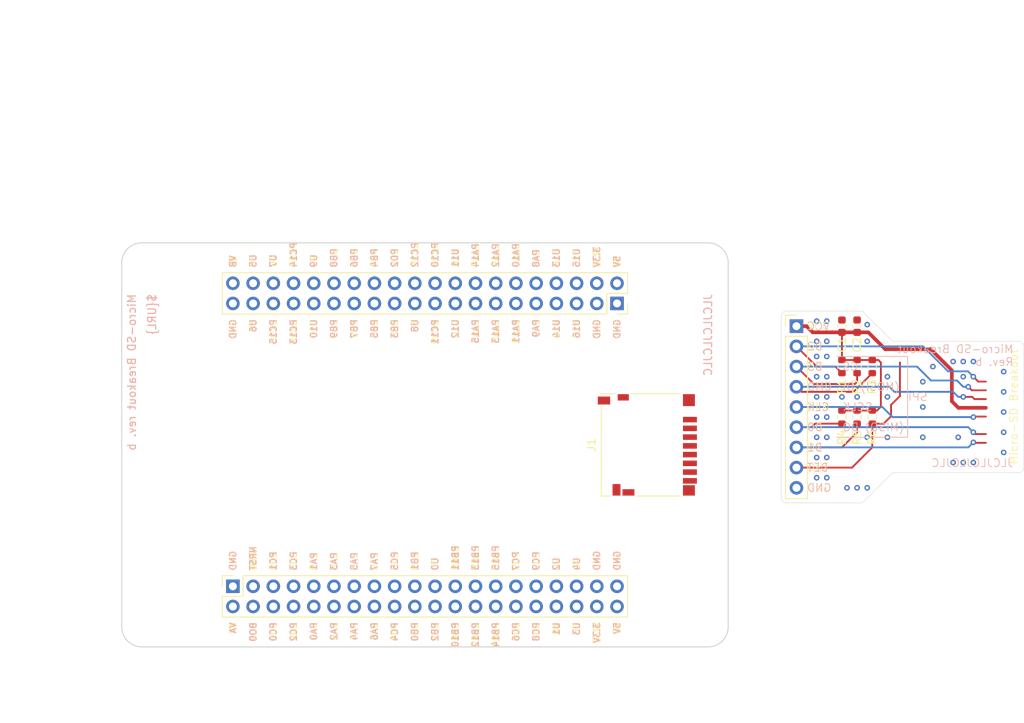
<source format=kicad_pcb>
(kicad_pcb (version 20241229) (generator "pcbnew") (generator_version "9.0")
  (layers (0 "F.Cu" signal) (2 "B.Cu" signal) (13 "F.Paste" user) (15 "B.Paste" user) (5 "F.SilkS" user "F.Silkscreen") (7 "B.SilkS" user "B.Silkscreen") (1 "F.Mask" user) (3 "B.Mask" user) (25 "Edge.Cuts" user))
  (property "AUTHOR" "Lars Boegild Thomsen")
  (property "AUTHOR_EMAIL" "lth@stm32world.com")
  (property "COMPANY" "STM32World")
  (property "REVISION" "b")
  (property "TITLE" "Micro-SD Breakout")
  (net 0 "")
  (net 1 "GND")
  (net 2 "VCC")
  (net 3 "/CLK")
  (net 4 "/D1")
  (net 5 "/DET")
  (net 6 "/D3")
  (net 7 "/D0")
  (net 8 "/CMD")
  (net 9 "/D2")
  (footprint "Resistor_SMD:R_0603_1608Metric" (layer "F.Cu") (at 213.0425 91.7575 -90)
    (property "Reference" "R5" (at 2.54 0 90) (layer "F.SilkS"))
    (property "Value" "4k7")
    (pad "1" smd roundrect (at -0.825 0 270) (size 0.8 0.95) (layers "F.Cu" "F.Mask" "F.Paste") (net 2 "VCC"))
    (pad "2" smd roundrect (at 0.825 0 270) (size 0.8 0.95) (layers "F.Cu" "F.Mask" "F.Paste") (net 4 "/D1"))
  )
  (footprint "stm32world:PinSocket_2x20_P2.54mm_Vertical_Stackable" (layer "F.Cu") (at 182.88 77.47 -90)
    (property "Reference" "J5" (hide yes))
    (property "Value" "STM32WORLD_CONNECTOR_2")
    (pad "1" thru_hole rect (at 0 0 270) (size 1.7 1.7) (drill 1) (layers "*.Cu" "*.Mask"))
    (pad "2" thru_hole oval (at -2.54 0 270) (size 1.7 1.7) (drill 1) (layers "*.Cu" "*.Mask"))
    (pad "3" thru_hole oval (at 0 2.54 270) (size 1.7 1.7) (drill 1) (layers "*.Cu" "*.Mask"))
    (pad "4" thru_hole oval (at -2.54 2.54 270) (size 1.7 1.7) (drill 1) (layers "*.Cu" "*.Mask"))
    (pad "5" thru_hole oval (at 0 5.08 270) (size 1.7 1.7) (drill 1) (layers "*.Cu" "*.Mask"))
    (pad "6" thru_hole oval (at -2.54 5.08 270) (size 1.7 1.7) (drill 1) (layers "*.Cu" "*.Mask"))
    (pad "7" thru_hole oval (at 0 7.62 270) (size 1.7 1.7) (drill 1) (layers "*.Cu" "*.Mask"))
    (pad "8" thru_hole oval (at -2.54 7.62 270) (size 1.7 1.7) (drill 1) (layers "*.Cu" "*.Mask"))
    (pad "9" thru_hole oval (at 0 10.16 270) (size 1.7 1.7) (drill 1) (layers "*.Cu" "*.Mask"))
    (pad "10" thru_hole oval (at -2.54 10.16 270) (size 1.7 1.7) (drill 1) (layers "*.Cu" "*.Mask"))
    (pad "11" thru_hole oval (at 0 12.7 270) (size 1.7 1.7) (drill 1) (layers "*.Cu" "*.Mask"))
    (pad "12" thru_hole oval (at -2.54 12.7 270) (size 1.7 1.7) (drill 1) (layers "*.Cu" "*.Mask"))
    (pad "13" thru_hole oval (at 0 15.24 270) (size 1.7 1.7) (drill 1) (layers "*.Cu" "*.Mask"))
    (pad "14" thru_hole oval (at -2.54 15.24 270) (size 1.7 1.7) (drill 1) (layers "*.Cu" "*.Mask"))
    (pad "15" thru_hole oval (at 0 17.78 270) (size 1.7 1.7) (drill 1) (layers "*.Cu" "*.Mask"))
    (pad "16" thru_hole oval (at -2.54 17.78 270) (size 1.7 1.7) (drill 1) (layers "*.Cu" "*.Mask"))
    (pad "17" thru_hole oval (at 0 20.32 270) (size 1.7 1.7) (drill 1) (layers "*.Cu" "*.Mask"))
    (pad "18" thru_hole oval (at -2.54 20.32 270) (size 1.7 1.7) (drill 1) (layers "*.Cu" "*.Mask"))
    (pad "19" thru_hole oval (at 0 22.86 270) (size 1.7 1.7) (drill 1) (layers "*.Cu" "*.Mask"))
    (pad "20" thru_hole oval (at -2.54 22.86 270) (size 1.7 1.7) (drill 1) (layers "*.Cu" "*.Mask"))
    (pad "21" thru_hole oval (at 0 25.4 270) (size 1.7 1.7) (drill 1) (layers "*.Cu" "*.Mask"))
    (pad "22" thru_hole oval (at -2.54 25.4 270) (size 1.7 1.7) (drill 1) (layers "*.Cu" "*.Mask"))
    (pad "23" thru_hole oval (at 0 27.94 270) (size 1.7 1.7) (drill 1) (layers "*.Cu" "*.Mask"))
    (pad "24" thru_hole oval (at -2.54 27.94 270) (size 1.7 1.7) (drill 1) (layers "*.Cu" "*.Mask"))
    (pad "25" thru_hole oval (at 0 30.48 270) (size 1.7 1.7) (drill 1) (layers "*.Cu" "*.Mask"))
    (pad "26" thru_hole oval (at -2.54 30.48 270) (size 1.7 1.7) (drill 1) (layers "*.Cu" "*.Mask"))
    (pad "27" thru_hole oval (at 0 33.02 270) (size 1.7 1.7) (drill 1) (layers "*.Cu" "*.Mask"))
    (pad "28" thru_hole oval (at -2.54 33.02 270) (size 1.7 1.7) (drill 1) (layers "*.Cu" "*.Mask"))
    (pad "29" thru_hole oval (at 0 35.56 270) (size 1.7 1.7) (drill 1) (layers "*.Cu" "*.Mask"))
    (pad "30" thru_hole oval (at -2.54 35.56 270) (size 1.7 1.7) (drill 1) (layers "*.Cu" "*.Mask"))
    (pad "31" thru_hole oval (at 0 38.1 270) (size 1.7 1.7) (drill 1) (layers "*.Cu" "*.Mask"))
    (pad "32" thru_hole oval (at -2.54 38.1 270) (size 1.7 1.7) (drill 1) (layers "*.Cu" "*.Mask"))
    (pad "33" thru_hole oval (at 0 40.64 270) (size 1.7 1.7) (drill 1) (layers "*.Cu" "*.Mask"))
    (pad "34" thru_hole oval (at -2.54 40.64 270) (size 1.7 1.7) (drill 1) (layers "*.Cu" "*.Mask"))
    (pad "35" thru_hole oval (at 0 43.18 270) (size 1.7 1.7) (drill 1) (layers "*.Cu" "*.Mask"))
    (pad "36" thru_hole oval (at -2.54 43.18 270) (size 1.7 1.7) (drill 1) (layers "*.Cu" "*.Mask"))
    (pad "37" thru_hole oval (at 0 45.72 270) (size 1.7 1.7) (drill 1) (layers "*.Cu" "*.Mask"))
    (pad "38" thru_hole oval (at -2.54 45.72 270) (size 1.7 1.7) (drill 1) (layers "*.Cu" "*.Mask"))
    (pad "39" thru_hole oval (at 0 48.26 270) (size 1.7 1.7) (drill 1) (layers "*.Cu" "*.Mask"))
    (pad "40" thru_hole oval (at -2.54 48.26 270) (size 1.7 1.7) (drill 1) (layers "*.Cu" "*.Mask"))
  )
  (footprint "stm32world:PinSocket_2x20_P2.54mm_Vertical_Stackable" (layer "F.Cu") (at 134.62 113.03 90)
    (property "Reference" "J4" (hide yes))
    (property "Value" "STM32WORLD_CONNECTOR_1")
    (pad "1" thru_hole rect (at 0 0 90) (size 1.7 1.7) (drill 1) (layers "*.Cu" "*.Mask"))
    (pad "2" thru_hole oval (at -2.54 0 90) (size 1.7 1.7) (drill 1) (layers "*.Cu" "*.Mask"))
    (pad "3" thru_hole oval (at 0 2.54 90) (size 1.7 1.7) (drill 1) (layers "*.Cu" "*.Mask"))
    (pad "4" thru_hole oval (at -2.54 2.54 90) (size 1.7 1.7) (drill 1) (layers "*.Cu" "*.Mask"))
    (pad "5" thru_hole oval (at 0 5.08 90) (size 1.7 1.7) (drill 1) (layers "*.Cu" "*.Mask"))
    (pad "6" thru_hole oval (at -2.54 5.08 90) (size 1.7 1.7) (drill 1) (layers "*.Cu" "*.Mask"))
    (pad "7" thru_hole oval (at 0 7.62 90) (size 1.7 1.7) (drill 1) (layers "*.Cu" "*.Mask"))
    (pad "8" thru_hole oval (at -2.54 7.62 90) (size 1.7 1.7) (drill 1) (layers "*.Cu" "*.Mask"))
    (pad "9" thru_hole oval (at 0 10.16 90) (size 1.7 1.7) (drill 1) (layers "*.Cu" "*.Mask"))
    (pad "10" thru_hole oval (at -2.54 10.16 90) (size 1.7 1.7) (drill 1) (layers "*.Cu" "*.Mask"))
    (pad "11" thru_hole oval (at 0 12.7 90) (size 1.7 1.7) (drill 1) (layers "*.Cu" "*.Mask"))
    (pad "12" thru_hole oval (at -2.54 12.7 90) (size 1.7 1.7) (drill 1) (layers "*.Cu" "*.Mask"))
    (pad "13" thru_hole oval (at 0 15.24 90) (size 1.7 1.7) (drill 1) (layers "*.Cu" "*.Mask"))
    (pad "14" thru_hole oval (at -2.54 15.24 90) (size 1.7 1.7) (drill 1) (layers "*.Cu" "*.Mask"))
    (pad "15" thru_hole oval (at 0 17.78 90) (size 1.7 1.7) (drill 1) (layers "*.Cu" "*.Mask"))
    (pad "16" thru_hole oval (at -2.54 17.78 90) (size 1.7 1.7) (drill 1) (layers "*.Cu" "*.Mask"))
    (pad "17" thru_hole oval (at 0 20.32 90) (size 1.7 1.7) (drill 1) (layers "*.Cu" "*.Mask"))
    (pad "18" thru_hole oval (at -2.54 20.32 90) (size 1.7 1.7) (drill 1) (layers "*.Cu" "*.Mask"))
    (pad "19" thru_hole oval (at 0 22.86 90) (size 1.7 1.7) (drill 1) (layers "*.Cu" "*.Mask"))
    (pad "20" thru_hole oval (at -2.54 22.86 90) (size 1.7 1.7) (drill 1) (layers "*.Cu" "*.Mask"))
    (pad "21" thru_hole oval (at 0 25.4 90) (size 1.7 1.7) (drill 1) (layers "*.Cu" "*.Mask"))
    (pad "22" thru_hole oval (at -2.54 25.4 90) (size 1.7 1.7) (drill 1) (layers "*.Cu" "*.Mask"))
    (pad "23" thru_hole oval (at 0 27.94 90) (size 1.7 1.7) (drill 1) (layers "*.Cu" "*.Mask"))
    (pad "24" thru_hole oval (at -2.54 27.94 90) (size 1.7 1.7) (drill 1) (layers "*.Cu" "*.Mask"))
    (pad "25" thru_hole oval (at 0 30.48 90) (size 1.7 1.7) (drill 1) (layers "*.Cu" "*.Mask"))
    (pad "26" thru_hole oval (at -2.54 30.48 90) (size 1.7 1.7) (drill 1) (layers "*.Cu" "*.Mask"))
    (pad "27" thru_hole oval (at 0 33.02 90) (size 1.7 1.7) (drill 1) (layers "*.Cu" "*.Mask"))
    (pad "28" thru_hole oval (at -2.54 33.02 90) (size 1.7 1.7) (drill 1) (layers "*.Cu" "*.Mask"))
    (pad "29" thru_hole oval (at 0 35.56 90) (size 1.7 1.7) (drill 1) (layers "*.Cu" "*.Mask"))
    (pad "30" thru_hole oval (at -2.54 35.56 90) (size 1.7 1.7) (drill 1) (layers "*.Cu" "*.Mask"))
    (pad "31" thru_hole oval (at 0 38.1 90) (size 1.7 1.7) (drill 1) (layers "*.Cu" "*.Mask"))
    (pad "32" thru_hole oval (at -2.54 38.1 90) (size 1.7 1.7) (drill 1) (layers "*.Cu" "*.Mask"))
    (pad "33" thru_hole oval (at 0 40.64 90) (size 1.7 1.7) (drill 1) (layers "*.Cu" "*.Mask"))
    (pad "34" thru_hole oval (at -2.54 40.64 90) (size 1.7 1.7) (drill 1) (layers "*.Cu" "*.Mask"))
    (pad "35" thru_hole oval (at 0 43.18 90) (size 1.7 1.7) (drill 1) (layers "*.Cu" "*.Mask"))
    (pad "36" thru_hole oval (at -2.54 43.18 90) (size 1.7 1.7) (drill 1) (layers "*.Cu" "*.Mask"))
    (pad "37" thru_hole oval (at 0 45.72 90) (size 1.7 1.7) (drill 1) (layers "*.Cu" "*.Mask"))
    (pad "38" thru_hole oval (at -2.54 45.72 90) (size 1.7 1.7) (drill 1) (layers "*.Cu" "*.Mask"))
    (pad "39" thru_hole oval (at 0 48.26 90) (size 1.7 1.7) (drill 1) (layers "*.Cu" "*.Mask"))
    (pad "40" thru_hole oval (at -2.54 48.26 90) (size 1.7 1.7) (drill 1) (layers "*.Cu" "*.Mask"))
  )
  (footprint "Connector_Card:microSD_HC_Hirose_DM3D-SF" (layer "F.Cu") (at 186.69 95.25 90)
    (property "Reference" "J1" (at -0.02 -7.0225 90) (layer "F.SilkS"))
    (property "Value" "Micro_SD_Card_Det2")
    (pad "1" smd rect (at 3.175 5.35 90) (size 0.7 1.75) (layers "F.Cu" "F.Mask" "F.Paste") (net 9 "/D2"))
    (pad "2" smd rect (at 2.075 5.35 90) (size 0.7 1.75) (layers "F.Cu" "F.Mask" "F.Paste") (net 6 "/D3"))
    (pad "3" smd rect (at 0.975 5.35 90) (size 0.7 1.75) (layers "F.Cu" "F.Mask" "F.Paste") (net 8 "/CMD"))
    (pad "4" smd rect (at -0.125 5.35 90) (size 0.7 1.75) (layers "F.Cu" "F.Mask" "F.Paste") (net 2 "VCC"))
    (pad "5" smd rect (at -1.225 5.35 90) (size 0.7 1.75) (layers "F.Cu" "F.Mask" "F.Paste") (net 3 "/CLK"))
    (pad "6" smd rect (at -2.325 5.35 90) (size 0.7 1.75) (layers "F.Cu" "F.Mask" "F.Paste") (net 1 "GND"))
    (pad "7" smd rect (at -3.425 5.35 90) (size 0.7 1.75) (layers "F.Cu" "F.Mask" "F.Paste") (net 7 "/D0"))
    (pad "8" smd rect (at -4.525 5.35 90) (size 0.7 1.75) (layers "F.Cu" "F.Mask" "F.Paste") (net 4 "/D1"))
    (pad "9" smd rect (at -5.65 -3.875 90) (size 1.45 1) (layers "F.Cu" "F.Mask" "F.Paste") (net 1 "GND"))
    (pad "10" smd rect (at 5.575 -5.45 90) (size 1 1.55) (layers "F.Cu" "F.Mask" "F.Paste") (net 5 "/DET"))
    (pad "11" smd rect (at -5.975 -2.375 90) (size 0.8 1.5) (layers "F.Cu" "F.Mask" "F.Paste") (net 1 "GND"))
    (pad "11" smd rect (at -5.725 5.225 90) (size 1.3 1.5) (layers "F.Cu" "F.Mask" "F.Paste") (net 1 "GND"))
    (pad "11" smd rect (at 5.625 5.225 90) (size 1.5 1.5) (layers "F.Cu" "F.Mask" "F.Paste") (net 1 "GND"))
    (pad "11" smd rect (at 5.975 -3.025 90) (size 0.8 1.4) (layers "F.Cu" "F.Mask" "F.Paste") (net 1 "GND"))
  )
  (footprint "Resistor_SMD:R_0603_1608Metric" (layer "F.Cu") (at 211.1375 85.4075 -90)
    (property "Reference" "R1" (at 2.54 0 90) (layer "F.SilkS"))
    (property "Value" "4k7")
    (pad "1" smd roundrect (at -0.825 0 270) (size 0.8 0.95) (layers "F.Cu" "F.Mask" "F.Paste") (net 2 "VCC"))
    (pad "2" smd roundrect (at 0.825 0 270) (size 0.8 0.95) (layers "F.Cu" "F.Mask" "F.Paste") (net 9 "/D2"))
  )
  (footprint "Resistor_SMD:R_0603_1608Metric" (layer "F.Cu") (at 213.0425 85.4075 -90)
    (property "Reference" "R2" (at 2.54 0 90) (layer "F.SilkS"))
    (property "Value" "4k7")
    (pad "1" smd roundrect (at -0.825 0 270) (size 0.8 0.95) (layers "F.Cu" "F.Mask" "F.Paste") (net 2 "VCC"))
    (pad "2" smd roundrect (at 0.825 0 270) (size 0.8 0.95) (layers "F.Cu" "F.Mask" "F.Paste") (net 6 "/D3"))
  )
  (footprint "Connector_PinHeader_2.54mm:PinHeader_1x09_P2.54mm_Vertical" (layer "F.Cu") (at 205.4225 80.3275)
    (property "Reference" "J2" (hide yes))
    (property "Value" "Conn_01x09" (hide yes))
    (pad "1" thru_hole rect (at 0 0) (size 1.7 1.7) (drill 1) (layers "*.Cu" "*.Mask") (net 2 "VCC"))
    (pad "2" thru_hole circle (at 0 2.54) (size 1.7 1.7) (drill 1) (layers "*.Cu" "*.Mask") (net 9 "/D2"))
    (pad "3" thru_hole circle (at 0 5.08) (size 1.7 1.7) (drill 1) (layers "*.Cu" "*.Mask") (net 6 "/D3"))
    (pad "4" thru_hole circle (at 0 7.62) (size 1.7 1.7) (drill 1) (layers "*.Cu" "*.Mask") (net 8 "/CMD"))
    (pad "5" thru_hole circle (at 0 10.16) (size 1.7 1.7) (drill 1) (layers "*.Cu" "*.Mask") (net 3 "/CLK"))
    (pad "6" thru_hole circle (at 0 12.7) (size 1.7 1.7) (drill 1) (layers "*.Cu" "*.Mask") (net 7 "/D0"))
    (pad "7" thru_hole circle (at 0 15.24) (size 1.7 1.7) (drill 1) (layers "*.Cu" "*.Mask") (net 4 "/D1"))
    (pad "8" thru_hole circle (at 0 17.78) (size 1.7 1.7) (drill 1) (layers "*.Cu" "*.Mask") (net 5 "/DET"))
    (pad "9" thru_hole circle (at 0 20.32) (size 1.7 1.7) (drill 1) (layers "*.Cu" "*.Mask") (net 1 "GND"))
  )
  (footprint "Resistor_SMD:R_0603_1608Metric" (layer "F.Cu") (at 214.9475 91.7575 -90)
    (property "Reference" "R6" (at 2.54 0 90) (layer "F.SilkS"))
    (property "Value" "4k7")
    (pad "1" smd roundrect (at -0.825 0 270) (size 0.8 0.95) (layers "F.Cu" "F.Mask" "F.Paste") (net 2 "VCC"))
    (pad "2" smd roundrect (at 0.825 0 270) (size 0.8 0.95) (layers "F.Cu" "F.Mask" "F.Paste") (net 5 "/DET"))
  )
  (footprint "Resistor_SMD:R_0603_1608Metric" (layer "F.Cu") (at 211.1375 91.7575 -90)
    (property "Reference" "R4" (at 2.54 0 90) (layer "F.SilkS"))
    (property "Value" "4k7")
    (pad "1" smd roundrect (at -0.825 0 270) (size 0.8 0.95) (layers "F.Cu" "F.Mask" "F.Paste") (net 2 "VCC"))
    (pad "2" smd roundrect (at 0.825 0 270) (size 0.8 0.95) (layers "F.Cu" "F.Mask" "F.Paste") (net 7 "/D0"))
  )
  (footprint "Capacitor_SMD:C_0603_1608Metric" (layer "F.Cu") (at 211.1375 80.3275 90)
    (property "Reference" "C1" (at -1.27 0 270) (layer "F.SilkS") (effects (justify right)))
    (property "Value" "10uF")
    (pad "1" smd roundrect (at -0.775 0 90) (size 0.9 0.95) (layers "F.Cu" "F.Mask" "F.Paste") (net 2 "VCC"))
    (pad "2" smd roundrect (at 0.775 0 90) (size 0.9 0.95) (layers "F.Cu" "F.Mask" "F.Paste") (net 1 "GND"))
  )
  (footprint "Resistor_SMD:R_0603_1608Metric" (layer "F.Cu") (at 214.9475 85.4075 -90)
    (property "Reference" "R3" (at 2.54 0 90) (layer "F.SilkS"))
    (property "Value" "4k7")
    (pad "1" smd roundrect (at -0.825 0 270) (size 0.8 0.95) (layers "F.Cu" "F.Mask" "F.Paste") (net 2 "VCC"))
    (pad "2" smd roundrect (at 0.825 0 270) (size 0.8 0.95) (layers "F.Cu" "F.Mask" "F.Paste") (net 8 "/CMD"))
  )
  (footprint "Capacitor_SMD:C_0603_1608Metric" (layer "F.Cu") (at 213.0425 80.3275 90)
    (property "Reference" "C2" (at -1.27 0 90) (layer "F.SilkS") (effects (justify right)))
    (property "Value" "100nF")
    (pad "1" smd roundrect (at -0.775 0 90) (size 0.9 0.95) (layers "F.Cu" "F.Mask" "F.Paste") (net 2 "VCC"))
    (pad "2" smd roundrect (at 0.775 0 90) (size 0.9 0.95) (layers "F.Cu" "F.Mask" "F.Paste") (net 1 "GND"))
  )
  (footprint "stm32world:STM32WORLD_BOARD" (layer "F.Cu") (at 158.75 95.25)
    (property "Reference" "J3" (hide yes))
    (property "Value" "STM32WORLD_BOARD")
    (fp_line (start -38.1 22.86) (end -38.1 -22.86) (stroke (width 0.12)) (layer "Edge.Cuts"))
    (fp_line (start -35.56 -25.4) (end 35.56 -25.4) (stroke (width 0.12)) (layer "Edge.Cuts"))
    (fp_line (start 35.56 25.4) (end -35.56 25.4) (stroke (width 0.12)) (layer "Edge.Cuts"))
    (fp_line (start 38.1 -22.86) (end 38.1 22.86) (stroke (width 0.12)) (layer "Edge.Cuts"))
    (fp_arc (start -38.1 -22.86) (mid -37.356051 -24.656051) (end -35.56 -25.4) (stroke (width 0.12)) (layer "Edge.Cuts"))
    (fp_arc (start -35.56 25.4) (mid -37.356051 24.656051) (end -38.1 22.86) (stroke (width 0.12)) (layer "Edge.Cuts"))
    (fp_arc (start 35.56 -25.4) (mid 37.356051 -24.656051) (end 38.1 -22.86) (stroke (width 0.12)) (layer "Edge.Cuts"))
    (fp_arc (start 38.1 22.86) (mid 37.356051 24.656051) (end 35.56 25.4) (stroke (width 0.12)) (layer "Edge.Cuts"))
    (fp_text user "U11" (at 3.81 -22.225 90) (layer "F.SilkS") (effects (font (size 0.8 0.8)) (justify left)))
    (fp_text user "PB5" (at -6.35 -15.875 90) (layer "F.SilkS") (effects (font (size 0.8 0.8)) (justify right)))
    (fp_text user "PA11" (at 11.43 -15.875 90) (layer "F.SilkS") (effects (font (size 0.8 0.8)) (justify right)))
    (fp_text user "GND" (at 24.13 15.875 90) (layer "F.SilkS") (effects (font (size 0.8 0.8)) (justify left)))
    (fp_text user "PC1" (at -19.05 15.875 90) (layer "F.SilkS") (effects (font (size 0.8 0.8)) (justify left)))
    (fp_text user "PA0" (at -13.97 22.225 90) (layer "F.SilkS") (effects (font (size 0.8 0.8)) (justify right)))
    (fp_text user "GND" (at 24.13 -15.875 90) (layer "F.SilkS") (effects (font (size 0.8 0.8)) (justify right)))
    (fp_text user "PB3" (at -3.81 -15.875 90) (layer "F.SilkS") (effects (font (size 0.8 0.8)) (justify right)))
    (fp_text user "PC2" (at -16.51 22.225 90) (layer "F.SilkS") (effects (font (size 0.8 0.8)) (justify right)))
    (fp_text user "PA10" (at 11.43 -22.225 90) (layer "F.SilkS") (effects (font (size 0.8 0.8)) (justify left)))
    (fp_text user "U15" (at 19.05 -22.225 90) (layer "F.SilkS") (effects (font (size 0.8 0.8)) (justify left)))
    (fp_text user "U2" (at 16.51 15.875 90) (layer "F.SilkS") (effects (font (size 0.8 0.8)) (justify left)))
    (fp_text user "PB6" (at -8.89 -22.225 90) (layer "F.SilkS") (effects (font (size 0.8 0.8)) (justify left)))
    (fp_text user "PA4" (at -8.89 22.225 90) (layer "F.SilkS") (effects (font (size 0.8 0.8)) (justify right)))
    (fp_text user "PC14" (at -16.51 -22.225 90) (layer "F.SilkS") (effects (font (size 0.8 0.8)) (justify left)))
    (fp_text user "PA9" (at 13.97 -15.875 90) (layer "F.SilkS") (effects (font (size 0.8 0.8)) (justify right)))
    (fp_text user "PC10" (at 1.27 -22.225 90) (layer "F.SilkS") (effects (font (size 0.8 0.8)) (justify left)))
    (fp_text user "PA14" (at 6.35 -22.225 90) (layer "F.SilkS") (effects (font (size 0.8 0.8)) (justify left)))
    (fp_text user "3.3V" (at 21.59 22.225 90) (layer "F.SilkS") (effects (font (size 0.8 0.8)) (justify right)))
    (fp_text user "U16" (at 19.05 -15.875 90) (layer "F.SilkS") (effects (font (size 0.8 0.8)) (justify right)))
    (fp_text user "VB" (at -24.13 -22.225 90) (layer "F.SilkS") (effects (font (size 0.8 0.8)) (justify left)))
    (fp_text user "U5" (at -21.59 -22.225 90) (layer "F.SilkS") (effects (font (size 0.8 0.8)) (justify left)))
    (fp_text user "VA" (at -24.13 22.225 90) (layer "F.SilkS") (effects (font (size 0.8 0.8)) (justify right)))
    (fp_text user "PA15" (at 6.35 -15.875 90) (layer "F.SilkS") (effects (font (size 0.8 0.8)) (justify right)))
    (fp_text user "GND" (at -24.13 -15.875 90) (layer "F.SilkS") (effects (font (size 0.8 0.8)) (justify right)))
    (fp_text user "PB15" (at 8.89 15.875 90) (layer "F.SilkS") (effects (font (size 0.8 0.8)) (justify left)))
    (fp_text user "PB13" (at 6.35 15.875 90) (layer "F.SilkS") (effects (font (size 0.8 0.8)) (justify left)))
    (fp_text user "PA6" (at -6.35 22.225 90) (layer "F.SilkS") (effects (font (size 0.8 0.8)) (justify right)))
    (fp_text user "GND" (at 21.59 -15.875 90) (layer "F.SilkS") (effects (font (size 0.8 0.8)) (justify right)))
    (fp_text user "PC9" (at 13.97 15.875 90) (layer "F.SilkS") (effects (font (size 0.8 0.8)) (justify left)))
    (fp_text user "U7" (at -19.05 -22.225 90) (layer "F.SilkS") (effects (font (size 0.8 0.8)) (justify left)))
    (fp_text user "PC8" (at 13.97 22.225 90) (layer "F.SilkS") (effects (font (size 0.8 0.8)) (justify right)))
    (fp_text user "U4" (at 19.05 15.875 90) (layer "F.SilkS") (effects (font (size 0.8 0.8)) (justify left)))
    (fp_text user "U3" (at 19.05 22.225 90) (layer "F.SilkS") (effects (font (size 0.8 0.8)) (justify right)))
    (fp_text user "PB9" (at -11.43 -15.875 90) (layer "F.SilkS") (effects (font (size 0.8 0.8)) (justify right)))
    (fp_text user "PA8" (at 13.97 -22.225 90) (layer "F.SilkS") (effects (font (size 0.8 0.8)) (justify left)))
    (fp_text user "PA12" (at 8.89 -22.225 90) (layer "F.SilkS") (effects (font (size 0.8 0.8)) (justify left)))
    (fp_text user "U1" (at 16.51 22.225 90) (layer "F.SilkS") (effects (font (size 0.8 0.8)) (justify right)))
    (fp_text user "NRST" (at -21.59 15.875 90) (layer "F.SilkS") (effects (font (size 0.8 0.8)) (justify left)))
    (fp_text user "PB0" (at -1.27 22.225 90) (layer "F.SilkS") (effects (font (size 0.8 0.8)) (justify right)))
    (fp_text user "PC7" (at 11.43 15.875 90) (layer "F.SilkS") (effects (font (size 0.8 0.8)) (justify left)))
    (fp_text user "PB4" (at -6.35 -22.225 90) (layer "F.SilkS") (effects (font (size 0.8 0.8)) (justify left)))
    (fp_text user "GND" (at 21.59 15.875 90) (layer "F.SilkS") (effects (font (size 0.8 0.8)) (justify left)))
    (fp_text user "GND" (at -24.13 15.875 90) (layer "F.SilkS") (effects (font (size 0.8 0.8)) (justify left)))
    (fp_text user "PA5" (at -8.89 15.875 90) (layer "F.SilkS") (effects (font (size 0.8 0.8)) (justify left)))
    (fp_text user "PA7" (at -6.35 15.875 90) (layer "F.SilkS") (effects (font (size 0.8 0.8)) (justify left)))
    (fp_text user "PC0" (at -19.05 22.225 90) (layer "F.SilkS") (effects (font (size 0.8 0.8)) (justify right)))
    (fp_text user "PB10" (at 3.81 22.225 90) (layer "F.SilkS") (effects (font (size 0.8 0.8)) (justify right)))
    (fp_text user "5V" (at 24.13 -22.225 90) (layer "F.SilkS") (effects (font (size 0.8 0.8)) (justify left)))
    (fp_text user "PC5" (at -3.81 15.875 90) (layer "F.SilkS") (effects (font (size 0.8 0.8)) (justify left)))
    (fp_text user "PB11" (at 3.81 15.875 90) (layer "F.SilkS") (effects (font (size 0.8 0.8)) (justify left)))
    (fp_text user "PB2" (at 1.27 22.225 90) (layer "F.SilkS") (effects (font (size 0.8 0.8)) (justify right)))
    (fp_text user "PB8" (at -11.43 -22.225 90) (layer "F.SilkS") (effects (font (size 0.8 0.8)) (justify left)))
    (fp_text user "U13" (at 16.51 -22.225 90) (layer "F.SilkS") (effects (font (size 0.8 0.8)) (justify left)))
    (fp_text user "5V" (at 24.13 22.225 90) (layer "F.SilkS") (effects (font (size 0.8 0.8)) (justify right)))
    (fp_text user "U8" (at -1.27 -15.875 90) (layer "F.SilkS") (effects (font (size 0.8 0.8)) (justify right)))
    (fp_text user "3.3V" (at 21.59 -22.225 90) (layer "F.SilkS") (effects (font (size 0.8 0.8)) (justify left)))
    (fp_text user "PB7" (at -8.89 -15.875 90) (layer "F.SilkS") (effects (font (size 0.8 0.8)) (justify right)))
    (fp_text user "PD2" (at -3.81 -22.225 90) (layer "F.SilkS") (effects (font (size 0.8 0.8)) (justify left)))
    (fp_text user "BO0" (at -21.59 22.225 90) (layer "F.SilkS") (effects (font (size 0.8 0.8)) (justify right)))
    (fp_text user "PC12" (at -1.27 -22.225 90) (layer "F.SilkS") (effects (font (size 0.8 0.8)) (justify left)))
    (fp_text user "PB12" (at 6.35 22.225 90) (layer "F.SilkS") (effects (font (size 0.8 0.8)) (justify right)))
    (fp_text user "PA1" (at -13.97 15.875 90) (layer "F.SilkS") (effects (font (size 0.8 0.8)) (justify left)))
    (fp_text user "PC13" (at -16.51 -15.875 90) (layer "F.SilkS") (effects (font (size 0.8 0.8)) (justify right)))
    (fp_text user "PC6" (at 11.43 22.225 90) (layer "F.SilkS") (effects (font (size 0.8 0.8)) (justify right)))
    (fp_text user "U12" (at 3.81 -15.875 90) (layer "F.SilkS") (effects (font (size 0.8 0.8)) (justify right)))
    (fp_text user "PA2" (at -11.43 22.225 90) (layer "F.SilkS") (effects (font (size 0.8 0.8)) (justify right)))
    (fp_text user "U0" (at 1.27 15.875 90) (layer "F.SilkS") (effects (font (size 0.8 0.8)) (justify left)))
    (fp_text user "PB14" (at 8.89 22.225 90) (layer "F.SilkS") (effects (font (size 0.8 0.8)) (justify right)))
    (fp_text user "PA13" (at 8.89 -15.875 90) (layer "F.SilkS") (effects (font (size 0.8 0.8)) (justify right)))
    (fp_text user "U14" (at 16.51 -15.875 90) (layer "F.SilkS") (effects (font (size 0.8 0.8)) (justify right)))
    (fp_text user "PC4" (at -3.81 22.225 90) (layer "F.SilkS") (effects (font (size 0.8 0.8)) (justify right)))
    (fp_text user "PB1" (at -1.27 15.875 90) (layer "F.SilkS") (effects (font (size 0.8 0.8)) (justify left)))
    (fp_text user "PC3" (at -16.51 15.875 90) (layer "F.SilkS") (effects (font (size 0.8 0.8)) (justify left)))
    (fp_text user "PC11" (at 1.27 -15.875 90) (layer "F.SilkS") (effects (font (size 0.8 0.8)) (justify right)))
    (fp_text user "U6" (at -21.59 -15.875 90) (layer "F.SilkS") (effects (font (size 0.8 0.8)) (justify right)))
    (fp_text user "U10" (at -13.97 -15.875 90) (layer "F.SilkS") (effects (font (size 0.8 0.8)) (justify right)))
    (fp_text user "PA3" (at -11.43 15.875 90) (layer "F.SilkS") (effects (font (size 0.8 0.8)) (justify left)))
    (fp_text user "PC15" (at -19.05 -15.875 90) (layer "F.SilkS") (effects (font (size 0.8 0.8)) (justify right)))
    (fp_text user "U9" (at -13.97 -22.225 90) (layer "F.SilkS") (effects (font (size 0.8 0.8)) (justify left)))
    (fp_text user "U16" (at 19.05 -15.875 90) (layer "B.SilkS") (effects (font (size 0.8 0.8)) (justify left mirror)))
    (fp_text user "5V" (at 24.13 -22.225 90) (layer "B.SilkS") (effects (font (size 0.8 0.8)) (justify right mirror)))
    (fp_text user "NRST" (at -21.59 15.875 90) (layer "B.SilkS") (effects (font (size 0.8 0.8)) (justify right mirror)))
    (fp_text user "PC14" (at -16.51 -22.225 90) (layer "B.SilkS") (effects (font (size 0.8 0.8)) (justify right mirror)))
    (fp_text user "GND" (at -24.13 15.875 90) (layer "B.SilkS") (effects (font (size 0.8 0.8)) (justify right mirror)))
    (fp_text user "U5" (at -21.59 -22.225 90) (layer "B.SilkS") (effects (font (size 0.8 0.8)) (justify right mirror)))
    (fp_text user "PC10" (at 1.27 -22.225 90) (layer "B.SilkS") (effects (font (size 0.8 0.8)) (justify right mirror)))
    (fp_text user "PB12" (at 6.35 22.225 90) (layer "B.SilkS") (effects (font (size 0.8 0.8)) (justify left mirror)))
    (fp_text user "PC12" (at -1.27 -22.225 90) (layer "B.SilkS") (effects (font (size 0.8 0.8)) (justify right mirror)))
    (fp_text user "3.3V" (at 21.59 -22.225 90) (layer "B.SilkS") (effects (font (size 0.8 0.8)) (justify right mirror)))
    (fp_text user "U6" (at -21.59 -15.875 90) (layer "B.SilkS") (effects (font (size 0.8 0.8)) (justify left mirror)))
    (fp_text user "PD2" (at -3.81 -22.225 90) (layer "B.SilkS") (effects (font (size 0.8 0.8)) (justify right mirror)))
    (fp_text user "${URL}" (at -34.29 -19.05 90) (layer "B.SilkS") (effects (justify left mirror)))
    (fp_text user "PC15" (at -19.05 -15.875 90) (layer "B.SilkS") (effects (font (size 0.8 0.8)) (justify left mirror)))
    (fp_text user "PA2" (at -11.43 22.225 90) (layer "B.SilkS") (effects (font (size 0.8 0.8)) (justify left mirror)))
    (fp_text user "U4" (at 19.05 15.875 90) (layer "B.SilkS") (effects (font (size 0.8 0.8)) (justify right mirror)))
    (fp_text user "PA6" (at -6.35 22.225 90) (layer "B.SilkS") (effects (font (size 0.8 0.8)) (justify left mirror)))
    (fp_text user "U14" (at 16.51 -15.875 90) (layer "B.SilkS") (effects (font (size 0.8 0.8)) (justify left mirror)))
    (fp_text user "U10" (at -13.97 -15.875 90) (layer "B.SilkS") (effects (font (size 0.8 0.8)) (justify left mirror)))
    (fp_text user "GND" (at 24.13 15.875 90) (layer "B.SilkS") (effects (font (size 0.8 0.8)) (justify right mirror)))
    (fp_text user "PC6" (at 11.43 22.225 90) (layer "B.SilkS") (effects (font (size 0.8 0.8)) (justify left mirror)))
    (fp_text user "GND" (at 21.59 -15.875 90) (layer "B.SilkS") (effects (font (size 0.8 0.8)) (justify left mirror)))
    (fp_text user "PC9" (at 13.97 15.875 90) (layer "B.SilkS") (effects (font (size 0.8 0.8)) (justify right mirror)))
    (fp_text user "PB13" (at 6.35 15.875 90) (layer "B.SilkS") (effects (font (size 0.8 0.8)) (justify right mirror)))
    (fp_text user "PC5" (at -3.81 15.875 90) (layer "B.SilkS") (effects (font (size 0.8 0.8)) (justify right mirror)))
    (fp_text user "PC11" (at 1.27 -15.875 90) (layer "B.SilkS") (effects (font (size 0.8 0.8)) (justify left mirror)))
    (fp_text user "VB" (at -24.13 -22.225 90) (layer "B.SilkS") (effects (font (size 0.8 0.8)) (justify right mirror)))
    (fp_text user "U11" (at 3.81 -22.225 90) (layer "B.SilkS") (effects (font (size 0.8 0.8)) (justify right mirror)))
    (fp_text user "U1" (at 16.51 22.225 90) (layer "B.SilkS") (effects (font (size 0.8 0.8)) (justify left mirror)))
    (fp_text user "PA9" (at 13.97 -15.875 90) (layer "B.SilkS") (effects (font (size 0.8 0.8)) (justify left mirror)))
    (fp_text user "PB0" (at -1.27 22.225 90) (layer "B.SilkS") (effects (font (size 0.8 0.8)) (justify left mirror)))
    (fp_text user "${TITLE} rev. ${REVISION}" (at -36.83 -19.05 90) (layer "B.SilkS") (effects (justify left mirror)))
    (fp_text user "U15" (at 19.05 -22.225 90) (layer "B.SilkS") (effects (font (size 0.8 0.8)) (justify right mirror)))
    (fp_text user "PC8" (at 13.97 22.225 90) (layer "B.SilkS") (effects (font (size 0.8 0.8)) (justify left mirror)))
    (fp_text user "PA5" (at -8.89 15.875 90) (layer "B.SilkS") (effects (font (size 0.8 0.8)) (justify right mirror)))
    (fp_text user "U2" (at 16.51 15.875 90) (layer "B.SilkS") (effects (font (size 0.8 0.8)) (justify right mirror)))
    (fp_text user "PB2" (at 1.27 22.225 90) (layer "B.SilkS") (effects (font (size 0.8 0.8)) (justify left mirror)))
    (fp_text user "PB14" (at 8.89 22.225 90) (layer "B.SilkS") (effects (font (size 0.8 0.8)) (justify left mirror)))
    (fp_text user "PA10" (at 11.43 -22.225 90) (layer "B.SilkS") (effects (font (size 0.8 0.8)) (justify right mirror)))
    (fp_text user "PA4" (at -8.89 22.225 90) (layer "B.SilkS") (effects (font (size 0.8 0.8)) (justify left mirror)))
    (fp_text user "PC3" (at -16.51 15.875 90) (layer "B.SilkS") (effects (font (size 0.8 0.8)) (justify right mirror)))
    (fp_text user "3.3V" (at 21.59 22.225 90) (layer "B.SilkS") (effects (font (size 0.8 0.8)) (justify left mirror)))
    (fp_text user "U9" (at -13.97 -22.225 90) (layer "B.SilkS") (effects (font (size 0.8 0.8)) (justify right mirror)))
    (fp_text user "PA12" (at 8.89 -22.225 90) (layer "B.SilkS") (effects (font (size 0.8 0.8)) (justify right mirror)))
    (fp_text user "GND" (at -24.13 -15.875 90) (layer "B.SilkS") (effects (font (size 0.8 0.8)) (justify left mirror)))
    (fp_text user "PB7" (at -8.89 -15.875 90) (layer "B.SilkS") (effects (font (size 0.8 0.8)) (justify left mirror)))
    (fp_text user "PA11" (at 11.43 -15.875 90) (layer "B.SilkS") (effects (font (size 0.8 0.8)) (justify left mirror)))
    (fp_text user "U0" (at 1.27 15.875 90) (layer "B.SilkS") (effects (font (size 0.8 0.8)) (justify right mirror)))
    (fp_text user "PA1" (at -13.97 15.875 90) (layer "B.SilkS") (effects (font (size 0.8 0.8)) (justify right mirror)))
    (fp_text user "PB9" (at -11.43 -15.875 90) (layer "B.SilkS") (effects (font (size 0.8 0.8)) (justify left mirror)))
    (fp_text user "PC1" (at -19.05 15.875 90) (layer "B.SilkS") (effects (font (size 0.8 0.8)) (justify right mirror)))
    (fp_text user "U8" (at -1.27 -15.875 90) (layer "B.SilkS") (effects (font (size 0.8 0.8)) (justify left mirror)))
    (fp_text user "JLCJLCJLCJLC" (at 35.56 -19.05 90) (layer "B.SilkS") (effects (justify left mirror)))
    (fp_text user "PC4" (at -3.81 22.225 90) (layer "B.SilkS") (effects (font (size 0.8 0.8)) (justify left mirror)))
    (fp_text user "PB5" (at -6.35 -15.875 90) (layer "B.SilkS") (effects (font (size 0.8 0.8)) (justify left mirror)))
    (fp_text user "U3" (at 19.05 22.225 90) (layer "B.SilkS") (effects (font (size 0.8 0.8)) (justify left mirror)))
    (fp_text user "PB15" (at 8.89 15.875 90) (layer "B.SilkS") (effects (font (size 0.8 0.8)) (justify right mirror)))
    (fp_text user "GND" (at 21.59 15.875 90) (layer "B.SilkS") (effects (font (size 0.8 0.8)) (justify right mirror)))
    (fp_text user "PA15" (at 6.35 -15.875 90) (layer "B.SilkS") (effects (font (size 0.8 0.8)) (justify left mirror)))
    (fp_text user "PC13" (at -16.51 -15.875 90) (layer "B.SilkS") (effects (font (size 0.8 0.8)) (justify left mirror)))
    (fp_text user "PC7" (at 11.43 15.875 90) (layer "B.SilkS") (effects (font (size 0.8 0.8)) (justify right mirror)))
    (fp_text user "PB8" (at -11.43 -22.225 90) (layer "B.SilkS") (effects (font (size 0.8 0.8)) (justify right mirror)))
    (fp_text user "PB4" (at -6.35 -22.225 90) (layer "B.SilkS") (effects (font (size 0.8 0.8)) (justify right mirror)))
    (fp_text user "GND" (at 24.13 -15.875 90) (layer "B.SilkS") (effects (font (size 0.8 0.8)) (justify left mirror)))
    (fp_text user "PC0" (at -19.05 22.225 90) (layer "B.SilkS") (effects (font (size 0.8 0.8)) (justify left mirror)))
    (fp_text user "PA3" (at -11.43 15.875 90) (layer "B.SilkS") (effects (font (size 0.8 0.8)) (justify right mirror)))
    (fp_text user "U7" (at -19.05 -22.225 90) (layer "B.SilkS") (effects (font (size 0.8 0.8)) (justify right mirror)))
    (fp_text user "PB3" (at -3.81 -15.875 90) (layer "B.SilkS") (effects (font (size 0.8 0.8)) (justify left mirror)))
    (fp_text user "U12" (at 3.81 -15.875 90) (layer "B.SilkS") (effects (font (size 0.8 0.8)) (justify left mirror)))
    (fp_text user "PA14" (at 6.35 -22.225 90) (layer "B.SilkS") (effects (font (size 0.8 0.8)) (justify right mirror)))
    (fp_text user "PA7" (at -6.35 15.875 90) (layer "B.SilkS") (effects (font (size 0.8 0.8)) (justify right mirror)))
    (fp_text user "PA13" (at 8.89 -15.875 90) (layer "B.SilkS") (effects (font (size 0.8 0.8)) (justify left mirror)))
    (fp_text user "PB10" (at 3.81 22.225 90) (layer "B.SilkS") (effects (font (size 0.8 0.8)) (justify left mirror)))
    (fp_text user "VA" (at -24.13 22.225 90) (layer "B.SilkS") (effects (font (size 0.8 0.8)) (justify left mirror)))
    (fp_text user "BO0" (at -21.59 22.225 90) (layer "B.SilkS") (effects (font (size 0.8 0.8)) (justify left mirror)))
    (fp_text user "5V" (at 24.13 22.225 90) (layer "B.SilkS") (effects (font (size 0.8 0.8)) (justify left mirror)))
    (fp_text user "PA8" (at 13.97 -22.225 90) (layer "B.SilkS") (effects (font (size 0.8 0.8)) (justify right mirror)))
    (fp_text user "PC2" (at -16.51 22.225 90) (layer "B.SilkS") (effects (font (size 0.8 0.8)) (justify left mirror)))
    (fp_text user "PB1" (at -1.27 15.875 90) (layer "B.SilkS") (effects (font (size 0.8 0.8)) (justify right mirror)))
    (fp_text user "PB11" (at 3.81 15.875 90) (layer "B.SilkS") (effects (font (size 0.8 0.8)) (justify right mirror)))
    (fp_text user "U13" (at 16.51 -22.225 90) (layer "B.SilkS") (effects (font (size 0.8 0.8)) (justify right mirror)))
    (fp_text user "PA0" (at -13.97 22.225 90) (layer "B.SilkS") (effects (font (size 0.8 0.8)) (justify left mirror)))
    (fp_text user "PB6" (at -8.89 -22.225 90) (layer "B.SilkS") (effects (font (size 0.8 0.8)) (justify right mirror)))
    (pad "" np_thru_hole circle (at -34.29 -21.59) (size 3.2 3.2) (drill 3.2) (layers "*.Cu" "*.Mask"))
    (pad "" np_thru_hole circle (at -34.29 21.59) (size 3.2 3.2) (drill 3.2) (layers "*.Cu" "*.Mask"))
    (pad "" np_thru_hole circle (at 34.29 -21.59) (size 3.2 3.2) (drill 3.2) (layers "*.Cu" "*.Mask"))
    (pad "" np_thru_hole circle (at 34.29 21.59) (size 3.2 3.2) (drill 3.2) (layers "*.Cu" "*.Mask"))
  )
  (gr_line (start 219.3925 94.2975) (end 210.5025 94.2975) (stroke (width 0.1)) (layer "B.SilkS"))
  (gr_line (start 219.3925 84.1375) (end 219.3925 94.2975) (stroke (width 0.1)) (layer "B.SilkS"))
  (gr_line (start 217.4875 84.1375) (end 219.3925 84.1375) (stroke (width 0.1)) (layer "B.SilkS"))
  (gr_line (start 210.5025 84.1375) (end 217.4875 84.1375) (stroke (width 0.1)) (layer "B.SilkS"))
  (gr_line (start 217.4875 98.7425) (end 213.6775 102.5525) (stroke (width 0.05)) (layer "Edge.Cuts"))
  (gr_arc (start 233.3625 82.2325) (mid 233.811513 82.418487) (end 233.9975 82.8675) (stroke (width 0.05)) (layer "Edge.Cuts"))
  (gr_line (start 217.4875 82.2325) (end 213.6775 78.4225) (stroke (width 0.05)) (layer "Edge.Cuts"))
  (gr_line (start 213.6775 78.4225) (end 204.1525 78.4225) (stroke (width 0.05)) (layer "Edge.Cuts"))
  (gr_line (start 203.5175 101.9175) (end 203.5175 79.0575) (stroke (width 0.05)) (layer "Edge.Cuts"))
  (gr_line (start 233.9975 82.8675) (end 233.9975 98.1075) (stroke (width 0.05)) (layer "Edge.Cuts"))
  (gr_line (start 217.4875 98.7425) (end 233.3625 98.7425) (stroke (width 0.05)) (layer "Edge.Cuts"))
  (gr_line (start 213.6775 102.5525) (end 204.1525 102.5525) (stroke (width 0.05)) (layer "Edge.Cuts"))
  (gr_arc (start 204.1525 102.5525) (mid 203.703487 102.366513) (end 203.5175 101.9175) (stroke (width 0.05)) (layer "Edge.Cuts"))
  (gr_line (start 217.4875 82.2325) (end 233.3625 82.2325) (stroke (width 0.05)) (layer "Edge.Cuts"))
  (gr_arc (start 233.9975 98.1075) (mid 233.811513 98.556513) (end 233.3625 98.7425) (stroke (width 0.05)) (layer "Edge.Cuts"))
  (gr_arc (start 203.5175 79.0575) (mid 203.703487 78.608487) (end 204.1525 78.4225) (stroke (width 0.05)) (layer "Edge.Cuts"))
  (gr_text "D2" (at 206.6925 82.8675 0) (layer "F.SilkS") (effects (font (size 1 1) (thickness 0.1)) (justify left)))
  (gr_text "D1" (at 206.6925 95.5675 0) (layer "F.SilkS") (effects (font (size 1 1) (thickness 0.1)) (justify left)))
  (gr_text "DET" (at 206.6925 98.1075 0) (layer "F.SilkS") (effects (font (size 1 1) (thickness 0.1)) (justify left)))
  (gr_text "CLK" (at 206.6925 90.4875 0) (layer "F.SilkS") (effects (font (size 1 1) (thickness 0.1)) (justify left)))
  (gr_text "D3" (at 206.6925 85.4075 0) (layer "F.SilkS") (effects (font (size 1 1) (thickness 0.1)) (justify left)))
  (gr_text "GND" (at 206.6925 100.6475 0) (layer "F.SilkS") (effects (font (size 1 1) (thickness 0.1)) (justify left)))
  (gr_text "CMD\n" (at 206.6925 87.9475 0) (layer "F.SilkS") (effects (font (size 1 1) (thickness 0.1)) (justify left)))
  (gr_text "VCC" (at 206.6925 80.3275 0) (layer "F.SilkS") (effects (font (size 1 1) (thickness 0.1)) (justify left)))
  (gr_text "D0" (at 206.6925 93.0275 0) (layer "F.SilkS") (effects (font (size 1 1) (thickness 0.1)) (justify left)))
  (gr_text "${TITLE}" (at 232.7275 90.4875 90) (layer "F.SilkS") (effects (font (size 1 1) (thickness 0.1))))
  (gr_text "CLK" (at 206.6925 90.4875 0) (layer "B.SilkS") (effects (font (size 1 1) (thickness 0.1)) (justify right mirror)))
  (gr_text "CMD" (at 206.6925 87.9475 0) (layer "B.SilkS") (effects (font (size 1 1) (thickness 0.1)) (justify right mirror)))
  (gr_text "(MOSI) DI" (at 211.1375 87.9475 0) (layer "B.SilkS") (effects (font (size 1 1) (thickness 0.1)) (justify right mirror)))
  (gr_text "D3" (at 206.6925 85.4075 0) (layer "B.SilkS") (effects (font (size 1 1) (thickness 0.1)) (justify right mirror)))
  (gr_text "JLCJLCJLCJLC" (at 232.7275 98.1075 0) (layer "B.SilkS") (effects (font (size 1 1) (thickness 0.1)) (justify left bottom mirror)))
  (gr_text "SCLK" (at 211.1375 90.4875 0) (layer "B.SilkS") (effects (font (size 1 1) (thickness 0.1)) (justify right mirror)))
  (gr_text "D1" (at 206.6925 95.5675 0) (layer "B.SilkS") (effects (font (size 1 1) (thickness 0.1)) (justify right mirror)))
  (gr_text "(MISO) DO" (at 211.1375 93.0275 0) (layer "B.SilkS") (effects (font (size 1 1) (thickness 0.1)) (justify right mirror)))
  (gr_text "CS" (at 211.1375 85.4075 0) (layer "B.SilkS") (effects (font (size 1 1) (thickness 0.1)) (justify right mirror)))
  (gr_text "DET" (at 206.6925 98.1075 0) (layer "B.SilkS") (effects (font (size 1 1) (thickness 0.1)) (justify right mirror)))
  (gr_text "SPI" (at 219.3925 89.2175 0) (layer "B.SilkS") (effects (font (size 1 1) (thickness 0.1)) (justify right mirror)))
  (gr_text "VCC" (at 206.6925 80.3275 0) (layer "B.SilkS") (effects (font (size 1 1) (thickness 0.1)) (justify right mirror)))
  (gr_text "GND" (at 206.6925 100.6475 0) (layer "B.SilkS") (effects (font (size 1 1) (thickness 0.1)) (justify right mirror)))
  (gr_text "${TITLE}\nRev. ${REVISION}" (at 232.7275 85.4075 0) (layer "B.SilkS") (effects (font (size 1 1) (thickness 0.1)) (justify left bottom mirror)))
  (gr_text "D0" (at 206.6925 93.0275 0) (layer "B.SilkS") (effects (font (size 1 1) (thickness 0.1)) (justify right mirror)))
  (gr_text "D2" (at 206.6925 82.8675 0) (layer "B.SilkS") (effects (font (size 1 1) (thickness 0.1)) (justify right mirror)))
  (via (at 226.3775 84.7725) (size 0.7) (drill 0.35) (layers "F.Cu" "B.Cu") (net 1))
  (via (at 214.3125 100.6475) (size 0.7) (drill 0.35) (layers "F.Cu" "B.Cu") (net 1))
  (via (at 214.3125 94.2975) (size 0.7) (drill 0.35) (layers "F.Cu" "B.Cu") (net 1))
  (via (at 226.3775 97.4725) (size 0.7) (drill 0.35) (layers "F.Cu" "B.Cu") (net 1))
  (via (at 227.6475 97.4725) (size 0.7) (drill 0.35) (layers "F.Cu" "B.Cu") (net 1))
  (via (at 209.2325 82.2325) (size 0.7) (drill 0.35) (layers "F.Cu" "B.Cu") (net 1))
  (via (at 207.9625 99.3775) (size 0.7) (drill 0.35) (layers "F.Cu" "B.Cu") (net 1))
  (via (at 207.9625 84.1375) (size 0.7) (drill 0.35) (layers "F.Cu" "B.Cu") (net 1))
  (via (at 209.2325 91.7575) (size 0.7) (drill 0.35) (layers "F.Cu" "B.Cu") (net 1))
  (via (at 231.4575 93.6625) (size 0.7) (drill 0.35) (layers "F.Cu" "B.Cu") (net 1))
  (via (at 213.0425 100.6475) (size 0.7) (drill 0.35) (layers "F.Cu" "B.Cu") (net 1))
  (via (at 221.2975 94.2975) (size 0.7) (drill 0.35) (layers "F.Cu" "B.Cu") (net 1))
  (via (at 207.9625 79.6925) (size 0.7) (drill 0.35) (layers "F.Cu" "B.Cu") (net 1))
  (via (at 207.9625 91.7575) (size 0.7) (drill 0.35) (layers "F.Cu" "B.Cu") (net 1))
  (via (at 209.2325 96.8375) (size 0.7) (drill 0.35) (layers "F.Cu" "B.Cu") (net 1))
  (via (at 209.2325 79.6925) (size 0.7) (drill 0.35) (layers "F.Cu" "B.Cu") (net 1))
  (via (at 207.9625 82.2325) (size 0.7) (drill 0.35) (layers "F.Cu" "B.Cu") (net 1))
  (via (at 231.4575 86.0425) (size 0.7) (drill 0.35) (layers "F.Cu" "B.Cu") (net 1))
  (via (at 211.1375 89.2175) (size 0.7) (drill 0.35) (layers "F.Cu" "B.Cu") (net 1))
  (via (at 225.1075 97.4725) (size 0.7) (drill 0.35) (layers "F.Cu" "B.Cu") (net 1))
  (via (at 225.7425 94.2975) (size 0.7) (drill 0.35) (layers "F.Cu" "B.Cu") (net 1))
  (via (at 227.6475 84.7725) (size 0.7) (drill 0.35) (layers "F.Cu" "B.Cu") (net 1))
  (via (at 211.7725 100.6475) (size 0.7) (drill 0.35) (layers "F.Cu" "B.Cu") (net 1))
  (via (at 207.9625 86.6775) (size 0.7) (drill 0.35) (layers "F.Cu" "B.Cu") (net 1))
  (via (at 207.9625 94.2975) (size 0.7) (drill 0.35) (layers "F.Cu" "B.Cu") (net 1))
  (via (at 209.2325 99.3775) (size 0.7) (drill 0.35) (layers "F.Cu" "B.Cu") (net 1))
  (via (at 231.4575 88.5825) (size 0.7) (drill 0.35) (layers "F.Cu" "B.Cu") (net 1))
  (via (at 214.3125 80.1339) (size 0.7) (drill 0.35) (layers "F.Cu" "B.Cu") (net 1))
  (via (at 209.2325 86.6775) (size 0.7) (drill 0.35) (layers "F.Cu" "B.Cu") (net 1))
  (via (at 209.2325 84.1375) (size 0.7) (drill 0.35) (layers "F.Cu" "B.Cu") (net 1))
  (via (at 209.2325 89.2175) (size 0.7) (drill 0.35) (layers "F.Cu" "B.Cu") (net 1))
  (via (at 222.5675 85.4075) (size 0.7) (drill 0.35) (layers "F.Cu" "B.Cu") (net 1))
  (via (at 207.9625 89.2175) (size 0.7) (drill 0.35) (layers "F.Cu" "B.Cu") (net 1))
  (via (at 221.2975 90.4875) (size 0.7) (drill 0.35) (layers "F.Cu" "B.Cu") (net 1))
  (via (at 221.2975 87.3125) (size 0.7) (drill 0.35) (layers "F.Cu" "B.Cu") (net 1))
  (via (at 225.1075 84.7725) (size 0.7) (drill 0.35) (layers "F.Cu" "B.Cu") (net 1))
  (via (at 216.8525 86.6775) (size 0.7) (drill 0.35) (layers "F.Cu" "B.Cu") (net 1))
  (via (at 231.4575 96.2025) (size 0.7) (drill 0.35) (layers "F.Cu" "B.Cu") (net 1))
  (via (at 216.8525 94.2975) (size 0.7) (drill 0.35) (layers "F.Cu" "B.Cu") (net 1))
  (via (at 231.4575 91.1225) (size 0.7) (drill 0.35) (layers "F.Cu" "B.Cu") (net 1))
  (via (at 226.3775 86.6775) (size 0.7) (drill 0.35) (layers "F.Cu" "B.Cu") (net 1))
  (via (at 214.3125 82.2325) (size 0.7) (drill 0.35) (layers "F.Cu" "B.Cu") (net 1))
  (via (at 213.0425 89.2175) (size 0.7) (drill 0.35) (layers "F.Cu" "B.Cu") (net 1))
  (via (at 216.8525 89.2175) (size 0.7) (drill 0.35) (layers "F.Cu" "B.Cu") (net 1))
  (via (at 207.9625 96.8375) (size 0.7) (drill 0.35) (layers "F.Cu" "B.Cu") (net 1))
  (via (at 209.2325 94.2975) (size 0.7) (drill 0.35) (layers "F.Cu" "B.Cu") (net 1))
  (segment (start 211.1375 81.1025) (end 211.1375 84.5825) (width 0.2286) (layer "F.Cu") (net 2))
  (segment (start 214.4525 81.1025) (end 216.5775 83.2275) (width 0.4572) (layer "F.Cu") (net 2))
  (segment (start 214.9475 90.9325) (end 215.5425 90.9325) (width 0.2286) (layer "F.Cu") (net 2))
  (segment (start 224.9475 85.8825) (end 224.9475 89.7675) (width 0.4572) (layer "F.Cu") (net 2))
  (segment (start 213.0425 81.1025) (end 214.4525 81.1025) (width 0.4572) (layer "F.Cu") (net 2))
  (segment (start 215.5425 90.9325) (end 216.0275 90.4475) (width 0.2286) (layer "F.Cu") (net 2))
  (segment (start 216.5775 83.2275) (end 222.2925 83.2275) (width 0.4572) (layer "F.Cu") (net 2))
  (segment (start 225.7725 90.5925) (end 229.225 90.5925) (width 0.4572) (layer "F.Cu") (net 2))
  (segment (start 216.0275 84.8975) (end 215.7125 84.5825) (width 0.2286) (layer "F.Cu") (net 2))
  (segment (start 216.0275 90.4475) (end 216.0275 84.8975) (width 0.2286) (layer "F.Cu") (net 2))
  (segment (start 211.1375 84.5825) (end 213.0425 84.5825) (width 0.2286) (layer "F.Cu") (net 2))
  (segment (start 215.7125 84.5825) (end 214.9475 84.5825) (width 0.2286) (layer "F.Cu") (net 2))
  (segment (start 211.1375 90.9325) (end 213.0425 90.9325) (width 0.2286) (layer "F.Cu") (net 2))
  (segment (start 224.9475 89.7675) (end 225.7725 90.5925) (width 0.4572) (layer "F.Cu") (net 2))
  (segment (start 213.0425 84.5825) (end 214.9475 84.5825) (width 0.2286) (layer "F.Cu") (net 2))
  (segment (start 211.1375 81.1025) (end 207.4675 81.1025) (width 0.4572) (layer "F.Cu") (net 2))
  (segment (start 213.0425 90.9325) (end 214.9475 90.9325) (width 0.2286) (layer "F.Cu") (net 2))
  (segment (start 222.2925 83.2275) (end 224.9475 85.8825) (width 0.4572) (layer "F.Cu") (net 2))
  (segment (start 205.4225 80.3275) (end 206.6925 80.3275) (width 0.4572) (layer "F.Cu") (net 2))
  (segment (start 211.1375 81.1025) (end 213.0425 81.1025) (width 0.4572) (layer "F.Cu") (net 2))
  (segment (start 207.4675 81.1025) (end 206.6925 80.3275) (width 0.4572) (layer "F.Cu") (net 2))
  (segment (start 227.7125 91.6925) (end 227.6475 91.7575) (width 0.2286) (layer "F.Cu") (net 3))
  (segment (start 229.225 91.6925) (end 227.7125 91.6925) (width 0.2286) (layer "F.Cu") (net 3))
  (via (at 227.6475 91.7575) (size 0.7) (drill 0.35) (layers "F.Cu" "B.Cu") (net 3))
  (segment (start 216.2175 90.4875) (end 217.4875 91.7575) (width 0.2286) (layer "B.Cu") (net 3))
  (segment (start 227.6475 91.7575) (end 217.4875 91.7575) (width 0.2286) (layer "B.Cu") (net 3))
  (segment (start 205.4225 90.4875) (end 216.2175 90.4875) (width 0.2286) (layer "B.Cu") (net 3))
  (segment (start 211.1375 95.5675) (end 205.4225 95.5675) (width 0.2286) (layer "F.Cu") (net 4))
  (segment (start 227.7075 94.9925) (end 227.6475 94.9325) (width 0.2286) (layer "F.Cu") (net 4))
  (segment (start 213.0425 93.6625) (end 211.1375 95.5675) (width 0.2286) (layer "F.Cu") (net 4))
  (segment (start 229.225 94.9925) (end 227.7075 94.9925) (width 0.2286) (layer "F.Cu") (net 4))
  (segment (start 213.0425 92.5825) (end 213.0425 93.6625) (width 0.2286) (layer "F.Cu") (net 4))
  (via (at 227.6475 94.9325) (size 0.7) (drill 0.35) (layers "F.Cu" "B.Cu") (net 4))
  (segment (start 227.0125 95.5675) (end 205.4225 95.5675) (width 0.2286) (layer "B.Cu") (net 4))
  (segment (start 227.6475 94.9325) (end 227.0125 95.5675) (width 0.2286) (layer "B.Cu") (net 4))
  (segment (start 214.9475 92.5825) (end 216.3725 92.5825) (width 0.2286) (layer "F.Cu") (net 5))
  (segment (start 212.4075 98.1075) (end 205.4225 98.1075) (width 0.2286) (layer "F.Cu") (net 5))
  (segment (start 217.31 90.22) (end 218.425 89.105) (width 0.2286) (layer "F.Cu") (net 5))
  (segment (start 216.3725 92.5825) (end 217.31 91.645) (width 0.2286) (layer "F.Cu") (net 5))
  (segment (start 218.425 89.105) (end 218.425 84.8925) (width 0.2286) (layer "F.Cu") (net 5))
  (segment (start 214.9475 92.5825) (end 214.9475 95.5675) (width 0.2286) (layer "F.Cu") (net 5))
  (segment (start 214.9475 95.5675) (end 212.4075 98.1075) (width 0.2286) (layer "F.Cu") (net 5))
  (segment (start 217.31 91.645) (end 217.31 90.22) (width 0.2286) (layer "F.Cu") (net 5))
  (segment (start 213.0425 87.3125) (end 213.0425 86.2325) (width 0.2286) (layer "F.Cu") (net 6))
  (segment (start 205.4225 85.4075) (end 207.62 87.605) (width 0.2286) (layer "F.Cu") (net 6))
  (segment (start 207.62 87.605) (end 212.75 87.605) (width 0.2286) (layer "F.Cu") (net 6))
  (segment (start 212.75 87.605) (end 213.0425 87.3125) (width 0.2286) (layer "F.Cu") (net 6))
  (segment (start 229.225 88.3925) (end 227.4575 88.3925) (width 0.2286) (layer "F.Cu") (net 6))
  (segment (start 227.4575 88.3925) (end 227.0125 87.9475) (width 0.2286) (layer "F.Cu") (net 6))
  (via (at 227.0125 87.9475) (size 0.7) (drill 0.35) (layers "F.Cu" "B.Cu") (net 6))
  (segment (start 222.3175 87.1575) (end 220.5675 85.4075) (width 0.2286) (layer "B.Cu") (net 6))
  (segment (start 220.5675 85.4075) (end 205.4225 85.4075) (width 0.2286) (layer "B.Cu") (net 6))
  (segment (start 227.0125 87.9475) (end 226.3775 87.9475) (width 0.2286) (layer "B.Cu") (net 6))
  (segment (start 225.5875 87.1575) (end 222.3175 87.1575) (width 0.2286) (layer "B.Cu") (net 6))
  (segment (start 226.3775 87.9475) (end 225.5875 87.1575) (width 0.2286) (layer "B.Cu") (net 6))
  (segment (start 229.225 93.8925) (end 227.8775 93.8925) (width 0.2286) (layer "F.Cu") (net 7))
  (segment (start 227.8775 93.8925) (end 227.6475 93.6625) (width 0.2286) (layer "F.Cu") (net 7))
  (segment (start 207.3275 93.0275) (end 207.7725 92.5825) (width 0.2286) (layer "F.Cu") (net 7))
  (segment (start 205.4225 93.0275) (end 207.3275 93.0275) (width 0.2286) (layer "F.Cu") (net 7))
  (segment (start 207.7725 92.5825) (end 211.1375 92.5825) (width 0.2286) (layer "F.Cu") (net 7))
  (via (at 227.6475 93.6625) (size 0.7) (drill 0.35) (layers "F.Cu" "B.Cu") (net 7))
  (segment (start 227.6475 93.6625) (end 227.0125 93.0275) (width 0.2286) (layer "B.Cu") (net 7))
  (segment (start 227.0125 93.0275) (end 205.4225 93.0275) (width 0.2286) (layer "B.Cu") (net 7))
  (segment (start 227.7775 89.4925) (end 229.225 89.4925) (width 0.2286) (layer "F.Cu") (net 8))
  (segment (start 212.5975 88.5825) (end 206.0575 88.5825) (width 0.2286) (layer "F.Cu") (net 8))
  (segment (start 227.5025 89.2175) (end 227.7775 89.4925) (width 0.2286) (layer "F.Cu") (net 8))
  (segment (start 226.3775 89.2175) (end 227.5025 89.2175) (width 0.2286) (layer "F.Cu") (net 8))
  (segment (start 214.9475 86.2325) (end 212.5975 88.5825) (width 0.2286) (layer "F.Cu") (net 8))
  (segment (start 206.0575 88.5825) (end 205.4225 87.9475) (width 0.2286) (layer "F.Cu") (net 8))
  (via (at 226.3775 89.2175) (size 0.7) (drill 0.35) (layers "F.Cu" "B.Cu") (net 8))
  (segment (start 217.0925 87.9475) (end 217.7275 88.5825) (width 0.2286) (layer "B.Cu") (net 8))
  (segment (start 225.1075 88.5825) (end 225.7425 89.2175) (width 0.2286) (layer "B.Cu") (net 8))
  (segment (start 225.7425 89.2175) (end 226.3775 89.2175) (width 0.2286) (layer "B.Cu") (net 8))
  (segment (start 205.4225 87.9475) (end 217.0925 87.9475) (width 0.2286) (layer "B.Cu") (net 8))
  (segment (start 217.7275 88.5825) (end 225.1075 88.5825) (width 0.2286) (layer "B.Cu") (net 8))
  (segment (start 205.4225 82.8675) (end 207.9625 85.4075) (width 0.2286) (layer "F.Cu") (net 9))
  (segment (start 227.6475 86.6775) (end 228.2625 87.2925) (width 0.2286) (layer "F.Cu") (net 9))
  (segment (start 210.3125 85.4075) (end 211.1375 86.2325) (width 0.2286) (layer "F.Cu") (net 9))
  (segment (start 228.2625 87.2925) (end 229.225 87.2925) (width 0.2286) (layer "F.Cu") (net 9))
  (segment (start 207.9625 85.4075) (end 210.3125 85.4075) (width 0.2286) (layer "F.Cu") (net 9))
  (via (at 227.6475 86.6775) (size 0.7) (drill 0.35) (layers "F.Cu" "B.Cu") (net 9))
  (segment (start 226.9775 86.0075) (end 224.4725 86.0075) (width 0.2286) (layer "B.Cu") (net 9))
  (segment (start 224.4725 86.0075) (end 221.3325 82.8675) (width 0.2286) (layer "B.Cu") (net 9))
  (segment (start 227.6475 86.6775) (end 226.9775 86.0075) (width 0.2286) (layer "B.Cu") (net 9))
  (segment (start 221.3325 82.8675) (end 205.4225 82.8675) (width 0.2286) (layer "B.Cu") (net 9))
)
</source>
